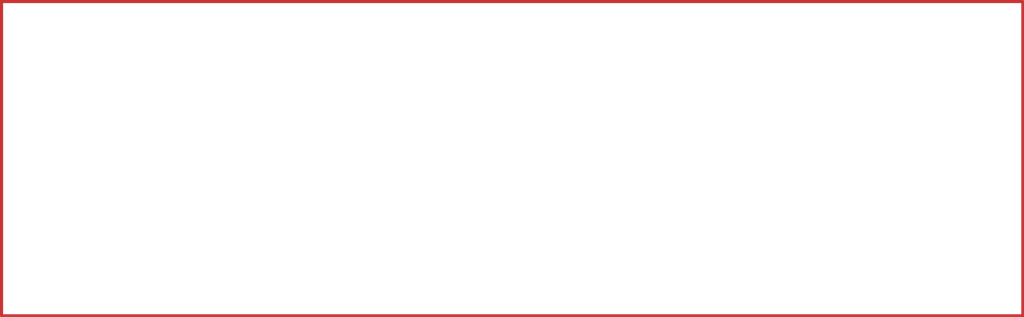
<source format=kicad_pcb>
(kicad_pcb (version 20211014) (generator pcbnew)

  (general
    (thickness 1.6)
  )

  (paper "A4")
  (layers
    (0 "F.Cu" signal)
    (31 "B.Cu" signal)
    (32 "B.Adhes" user "B.Adhesive")
    (33 "F.Adhes" user "F.Adhesive")
    (34 "B.Paste" user)
    (35 "F.Paste" user)
    (36 "B.SilkS" user "B.Silkscreen")
    (37 "F.SilkS" user "F.Silkscreen")
    (38 "B.Mask" user)
    (39 "F.Mask" user)
    (40 "Dwgs.User" user "User.Drawings")
    (41 "Cmts.User" user "User.Comments")
    (42 "Eco1.User" user "User.Eco1")
    (43 "Eco2.User" user "User.Eco2")
    (44 "Edge.Cuts" user)
    (45 "Margin" user)
    (46 "B.CrtYd" user "B.Courtyard")
    (47 "F.CrtYd" user "F.Courtyard")
    (48 "B.Fab" user)
    (49 "F.Fab" user)
    (50 "User.1" user)
    (51 "User.2" user)
    (52 "User.3" user)
    (53 "User.4" user)
    (54 "User.5" user)
    (55 "User.6" user)
    (56 "User.7" user)
    (57 "User.8" user)
    (58 "User.9" user)
  )

  (setup
    (pad_to_mask_clearance 0)
    (pcbplotparams
      (layerselection 0x00010fc_ffffffff)
      (disableapertmacros false)
      (usegerberextensions false)
      (usegerberattributes true)
      (usegerberadvancedattributes true)
      (creategerberjobfile true)
      (svguseinch false)
      (svgprecision 6)
      (excludeedgelayer true)
      (plotframeref false)
      (viasonmask false)
      (mode 1)
      (useauxorigin false)
      (hpglpennumber 1)
      (hpglpenspeed 20)
      (hpglpendiameter 15.000000)
      (dxfpolygonmode true)
      (dxfimperialunits true)
      (dxfusepcbnewfont true)
      (psnegative false)
      (psa4output false)
      (plotreference true)
      (plotvalue true)
      (plotinvisibletext false)
      (sketchpadsonfab false)
      (subtractmaskfromsilk false)
      (outputformat 1)
      (mirror false)
      (drillshape 1)
      (scaleselection 1)
      (outputdirectory "")
    )
  )

  (net 0 "")

  (gr_rect (start 43.18 15.24) (end 109.22 35.56) (layer "F.Cu") (width 0.2) (fill none) (tstamp a5538d5a-fc4e-4144-b281-6317218cdaf1))

)

</source>
